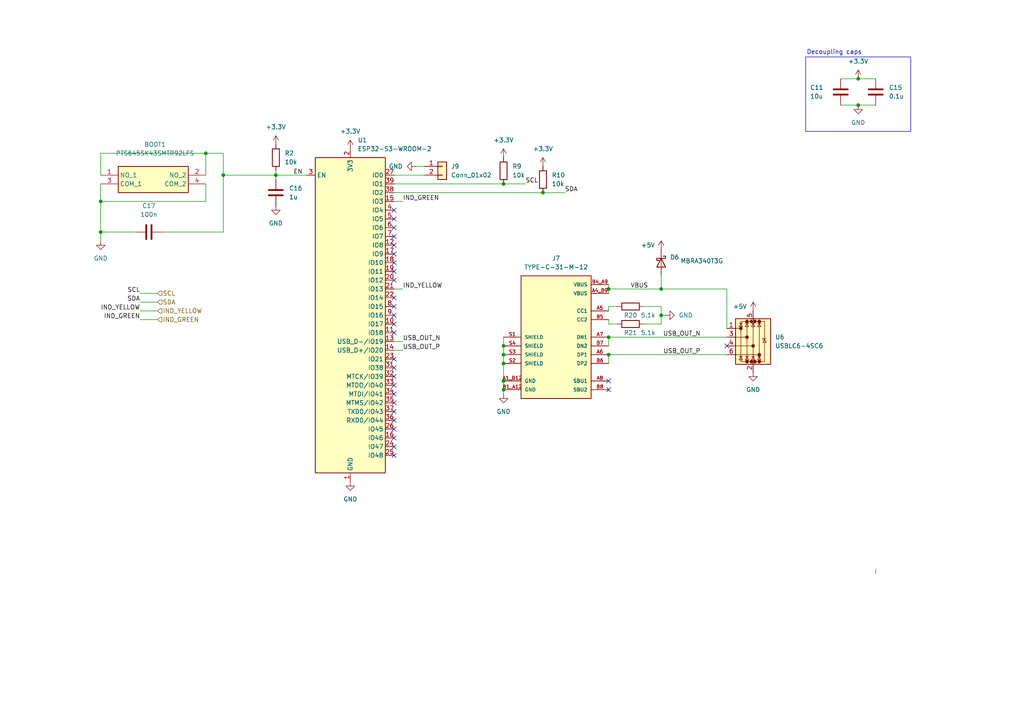
<source format=kicad_sch>
(kicad_sch (version 20250114) (generator "eeschema") (generator_version "9.0")
  (paper "A4")
  (lib_symbols
    (symbol "Connector_Generic:Conn_01x02" (pin_names (offset 1.016) (hide yes))
      (property "Reference" "J" (at 0 2.54 0))
      (property "Value" "Conn_01x02" (at 0 -5.08 0))
      (symbol "Conn_01x02_1_1"
        (rectangle (start -1.27 1.27) (end 1.27 -3.81) (stroke (width 0.254)) (fill (type background)))
        (rectangle (start -1.27 0.127) (end 0 -0.127) (stroke (width 0.1524)))
        (rectangle (start -1.27 -2.413) (end 0 -2.667) (stroke (width 0.1524)))
        (pin passive line (at -5.08 0 0) (length 3.81) (name "Pin_1") (number "1"))
        (pin passive line (at -5.08 -2.54 0) (length 3.81) (name "Pin_2") (number "2"))
      )
    )
    (symbol "Device:C" (pin_numbers (hide yes)) (pin_names (offset 0.254))
      (property "Reference" "C" (at 0.635 2.54 0))
      (property "Value" "C" (at 0.635 -2.54 0))
      (symbol "C_0_1"
        (polyline (pts (xy -2.032 0.762) (xy 2.032 0.762)) (stroke (width 0.508)))
        (polyline (pts (xy -2.032 -0.762) (xy 2.032 -0.762)) (stroke (width 0.508)))
      )
      (symbol "C_1_1"
        (pin passive line (at 0 3.81 270) (length 2.794) (name "~") (number "1"))
        (pin passive line (at 0 -3.81 90) (length 2.794) (name "~") (number "2"))
      )
    )
    (symbol "Device:D_Schottky" (pin_numbers (hide yes)) (pin_names (offset 1.016) (hide yes))
      (property "Reference" "D" (at 0 2.54 0))
      (property "Value" "D_Schottky" (at 0 -2.54 0))
      (symbol "D_Schottky_0_1"
        (polyline (pts (xy -1.905 0.635) (xy -1.905 1.27) (xy -1.27 1.27) (xy -1.27 -1.27) (xy -0.635 -1.27) (xy -0.635 -0.635)) (stroke (width 0.254)))
        (polyline (pts (xy 1.27 1.27) (xy 1.27 -1.27) (xy -1.27 0) (xy 1.27 1.27)) (stroke (width 0.254)))
        (polyline (pts (xy 1.27 0) (xy -1.27 0)))
      )
      (symbol "D_Schottky_1_1"
        (pin passive line (at -3.81 0 0) (length 2.54) (name "K") (number "1"))
        (pin passive line (at 3.81 0 180) (length 2.54) (name "A") (number "2"))
      )
    )
    (symbol "Device:R" (pin_numbers (hide yes)) (pin_names (offset 0))
      (property "Reference" "R" (at 2.032 0 90))
      (property "Value" "R" (at 0 0 90))
      (symbol "R_0_1"
        (rectangle (start -1.016 -2.54) (end 1.016 2.54) (stroke (width 0.254)))
      )
      (symbol "R_1_1"
        (pin passive line (at 0 3.81 270) (length 1.27) (name "~") (number "1"))
        (pin passive line (at 0 -3.81 90) (length 1.27) (name "~") (number "2"))
      )
    )
    (symbol "PTS645SK43SMTR92LFS:PTS645SK43SMTR92LFS"
      (property "Reference" "S" (at 26.67 7.62 0))
      (property "Value" "PTS645SK43SMTR92LFS" (at 26.67 5.08 0))
      (symbol "PTS645SK43SMTR92LFS_1_1"
        (rectangle (start 5.08 2.54) (end 25.4 -5.08) (stroke (width 0.254)) (fill (type background)))
        (pin passive line (at 0 0 0) (length 5.08) (name "NO_1") (number "1"))
        (pin passive line (at 0 -2.54 0) (length 5.08) (name "COM_1") (number "3"))
        (pin passive line (at 30.48 0 180) (length 5.08) (name "NO_2") (number "2"))
        (pin passive line (at 30.48 -2.54 180) (length 5.08) (name "COM_2") (number "4"))
      )
    )
    (symbol "Power_Protection:USBLC6-4SC6" (pin_names (hide yes))
      (property "Reference" "U" (at 1.27 9.525 0))
      (property "Value" "USBLC6-4SC6" (at 1.27 6.985 0))
      (symbol "USBLC6-4SC6_0_0"
        (circle (center -3.556 2.54) (radius 0.0001) (stroke (width 0.508)))
        (circle (center -1.778 4.572) (radius 0.0001) (stroke (width 0.508)))
        (circle (center -1.778 0) (radius 0.0001) (stroke (width 0.508)))
        (circle (center -1.778 -7.112) (radius 0.0001) (stroke (width 0.508)))
        (circle (center -0.508 4.572) (radius 0.0001) (stroke (width 0.508)))
        (circle (center -0.508 -7.112) (radius 0.0001) (stroke (width 0.508)))
        (circle (center 0 -2.54) (radius 0.0001) (stroke (width 0.508)))
        (circle (center 0.508 4.572) (radius 0.0001) (stroke (width 0.508)))
        (circle (center 0.508 -7.112) (radius 0.0001) (stroke (width 0.508)))
        (circle (center 1.778 4.572) (radius 0.0001) (stroke (width 0.508)))
        (circle (center 1.778 -5.08) (radius 0.0001) (stroke (width 0.508)))
        (circle (center 1.778 -7.112) (radius 0.0001) (stroke (width 0.508)))
      )
      (symbol "USBLC6-4SC6_0_1"
        (polyline (pts (xy -5.08 2.54) (xy -3.556 2.54)))
        (polyline (pts (xy -5.08 0) (xy -1.778 0)))
        (polyline (pts (xy -5.08 -2.54) (xy 0 -2.54)))
        (polyline (pts (xy -5.08 -5.08) (xy 1.778 -5.08)))
        (polyline (pts (xy -4.064 3.048) (xy -3.048 3.048) (xy -3.556 4.064) (xy -4.064 3.048)))
        (polyline (pts (xy -4.064 -5.588) (xy -3.048 -5.588)))
        (polyline (pts (xy -3.048 4.064) (xy -4.064 4.064)))
        (polyline (pts (xy -3.048 -6.604) (xy -4.064 -6.604) (xy -3.556 -5.588) (xy -3.048 -6.604)))
        (polyline (pts (xy -2.286 4.064) (xy -1.27 4.064)))
        (polyline (pts (xy -2.286 -5.588) (xy -1.27 -5.588)))
        (polyline (pts (xy -1.27 3.048) (xy -2.286 3.048) (xy -1.778 4.064) (xy -1.27 3.048)))
        (polyline (pts (xy -1.27 -6.604) (xy -2.286 -6.604) (xy -1.778 -5.588) (xy -1.27 -6.604)))
        (polyline (pts (xy -0.508 3.048) (xy 0.508 3.048) (xy 0 4.064) (xy -0.508 3.048)))
        (polyline (pts (xy -0.508 -5.588) (xy 0.508 -5.588)))
        (polyline (pts (xy -0.508 -6.604) (xy 0.508 -6.604) (xy 0 -5.588) (xy -0.508 -6.604)))
        (polyline (pts (xy 0 5.08) (xy 0.508 4.572)))
        (polyline (pts (xy 0.508 4.064) (xy -0.508 4.064)))
        (polyline (pts (xy 0.508 -7.112) (xy -0.508 -7.112)))
        (polyline (pts (xy 1.27 4.064) (xy 2.286 4.064)))
        (polyline (pts (xy 1.27 -6.604) (xy 2.286 -6.604) (xy 1.778 -5.588) (xy 1.27 -6.604)))
        (polyline (pts (xy 1.778 4.572) (xy 3.302 4.572) (xy 3.302 -7.112) (xy 1.778 -7.112)))
        (polyline (pts (xy 2.286 3.048) (xy 1.27 3.048) (xy 1.778 4.064) (xy 2.286 3.048)))
        (polyline (pts (xy 2.286 -5.588) (xy 1.27 -5.588)))
        (polyline (pts (xy 2.794 -0.762) (xy 2.794 -0.381) (xy 3.81 -0.381)))
        (polyline (pts (xy 3.81 -1.524) (xy 2.794 -1.524) (xy 3.302 -0.508) (xy 3.81 -1.524)))
      )
      (symbol "USBLC6-4SC6_1_1"
        (rectangle (start -5.08 5.334) (end 5.08 -7.874) (stroke (width 0.254)) (fill (type background)))
        (polyline (pts (xy -1.778 4.572) (xy -3.556 4.572) (xy -3.556 -7.112) (xy -1.778 -7.112)))
        (polyline (pts (xy -0.508 4.572) (xy 1.778 4.572) (xy 1.778 -7.112) (xy 0.508 -7.112)))
        (polyline (pts (xy 0 -7.62) (xy -0.508 -7.112) (xy -1.778 -7.112) (xy -1.778 4.572) (xy -0.508 4.572)))
        (polyline (pts (xy 0.508 -7.112) (xy 0 -6.604) (xy 0 4.064) (xy -0.508 4.572)))
        (pin passive line (at -7.62 2.54 0) (length 2.54) (name "I/O1") (number "1"))
        (pin passive line (at -7.62 0 0) (length 2.54) (name "I/O2") (number "3"))
        (pin passive line (at -7.62 -2.54 0) (length 2.54) (name "I/O3") (number "4"))
        (pin passive line (at -7.62 -5.08 0) (length 2.54) (name "I/O4") (number "6"))
        (pin passive line (at 0 7.62 270) (length 2.54) (name "VBUS") (number "5"))
        (pin passive line (at 0 -10.16 90) (length 2.54) (name "GND") (number "2"))
      )
    )
    (symbol "RF_Module:ESP32-S3-WROOM-2"
      (property "Reference" "U" (at -10.16 45.72 0))
      (property "Value" "ESP32-S3-WROOM-2" (at 2.54 45.72 0))
      (symbol "ESP32-S3-WROOM-2_0_1"
        (rectangle (start -10.16 45.72) (end 10.16 -45.72) (stroke (width 0.254)) (fill (type background)))
      )
      (symbol "ESP32-S3-WROOM-2_1_1"
        (pin input line (at -12.7 40.64 0) (length 2.54) (name "EN") (number "3"))
        (pin no_connect line (at -10.16 -35.56 0) (length 2.54) (hide yes) (name "NC") (number "28"))
        (pin no_connect line (at -10.16 -38.1 0) (length 2.54) (hide yes) (name "NC") (number "29"))
        (pin no_connect line (at -10.16 -40.64 0) (length 2.54) (hide yes) (name "NC") (number "30"))
        (pin power_in line (at 0 48.26 270) (length 2.54) (name "3V3") (number "2"))
        (pin power_in line (at 0 -48.26 90) (length 2.54) (name "GND") (number "1"))
        (pin passive line (at 0 -48.26 90) (length 2.54) (hide yes) (name "GND") (number "40"))
        (pin passive line (at 0 -48.26 90) (length 2.54) (hide yes) (name "GND") (number "41"))
        (pin bidirectional line (at 12.7 40.64 180) (length 2.54) (name "IO0") (number "27"))
        (pin bidirectional line (at 12.7 38.1 180) (length 2.54) (name "IO1") (number "39"))
        (pin bidirectional line (at 12.7 35.56 180) (length 2.54) (name "IO2") (number "38"))
        (pin bidirectional line (at 12.7 33.02 180) (length 2.54) (name "IO3") (number "15"))
        (pin bidirectional line (at 12.7 30.48 180) (length 2.54) (name "IO4") (number "4"))
        (pin bidirectional line (at 12.7 27.94 180) (length 2.54) (name "IO5") (number "5"))
        (pin bidirectional line (at 12.7 25.4 180) (length 2.54) (name "IO6") (number "6"))
        (pin bidirectional line (at 12.7 22.86 180) (length 2.54) (name "IO7") (number "7"))
        (pin bidirectional line (at 12.7 20.32 180) (length 2.54) (name "IO8") (number "12"))
        (pin bidirectional line (at 12.7 17.78 180) (length 2.54) (name "IO9") (number "17"))
        (pin bidirectional line (at 12.7 15.24 180) (length 2.54) (name "IO10") (number "18"))
        (pin bidirectional line (at 12.7 12.7 180) (length 2.54) (name "IO11") (number "19"))
        (pin bidirectional line (at 12.7 10.16 180) (length 2.54) (name "IO12") (number "20"))
        (pin bidirectional line (at 12.7 7.62 180) (length 2.54) (name "IO13") (number "21"))
        (pin bidirectional line (at 12.7 5.08 180) (length 2.54) (name "IO14") (number "22"))
        (pin bidirectional line (at 12.7 2.54 180) (length 2.54) (name "IO15") (number "8"))
        (pin bidirectional line (at 12.7 0 180) (length 2.54) (name "IO16") (number "9"))
        (pin bidirectional line (at 12.7 -2.54 180) (length 2.54) (name "IO17") (number "10"))
        (pin bidirectional line (at 12.7 -5.08 180) (length 2.54) (name "IO18") (number "11"))
        (pin bidirectional line (at 12.7 -7.62 180) (length 2.54) (name "USB_D-/IO19") (number "13"))
        (pin bidirectional line (at 12.7 -10.16 180) (length 2.54) (name "USB_D+/IO20") (number "14"))
        (pin bidirectional line (at 12.7 -12.7 180) (length 2.54) (name "IO21") (number "23"))
        (pin bidirectional line (at 12.7 -15.24 180) (length 2.54) (name "IO38") (number "31"))
        (pin bidirectional line (at 12.7 -17.78 180) (length 2.54) (name "MTCK/IO39") (number "32"))
        (pin bidirectional line (at 12.7 -20.32 180) (length 2.54) (name "MTDO/IO40") (number "33"))
        (pin bidirectional line (at 12.7 -22.86 180) (length 2.54) (name "MTDI/IO41") (number "34"))
        (pin bidirectional line (at 12.7 -25.4 180) (length 2.54) (name "MTMS/IO42") (number "35"))
        (pin bidirectional line (at 12.7 -27.94 180) (length 2.54) (name "TXD0/IO43") (number "37"))
        (pin bidirectional line (at 12.7 -30.48 180) (length 2.54) (name "RXD0/IO44") (number "36"))
        (pin bidirectional line (at 12.7 -33.02 180) (length 2.54) (name "IO45") (number "26"))
        (pin bidirectional line (at 12.7 -35.56 180) (length 2.54) (name "IO46") (number "16"))
        (pin bidirectional line (at 12.7 -38.1 180) (length 2.54) (name "IO47") (number "24"))
        (pin bidirectional line (at 12.7 -40.64 180) (length 2.54) (name "IO48") (number "25"))
      )
    )
    (symbol "TYPE-C-31-M-12:TYPE-C-31-M-12" (pin_names (offset 1.016))
      (property "Reference" "J" (at 0 16.51 0))
      (property "Value" "TYPE-C-31-M-12" (at 0 15.24 0))
      (symbol "TYPE-C-31-M-12_0_0"
        (rectangle (start -10.16 12.7) (end 10.16 -22.86) (stroke (width 0.254)) (fill (type background)))
        (pin power_in line (at -15.24 10.16 0) (length 5.08) (name "VBUS") (number "B4_A9"))
        (pin power_in line (at -15.24 7.62 0) (length 5.08) (name "VBUS") (number "A4_B9"))
        (pin bidirectional line (at -15.24 2.54 0) (length 5.08) (name "CC1") (number "A5"))
        (pin bidirectional line (at -15.24 0 0) (length 5.08) (name "CC2") (number "B5"))
        (pin bidirectional line (at -15.24 -5.08 0) (length 5.08) (name "DN1") (number "A7"))
        (pin bidirectional line (at -15.24 -7.62 0) (length 5.08) (name "DN2") (number "B7"))
        (pin bidirectional line (at -15.24 -10.16 0) (length 5.08) (name "DP1") (number "A6"))
        (pin bidirectional line (at -15.24 -12.7 0) (length 5.08) (name "DP2") (number "B6"))
        (pin bidirectional line (at -15.24 -17.78 0) (length 5.08) (name "SBU1") (number "A8"))
        (pin bidirectional line (at -15.24 -20.32 0) (length 5.08) (name "SBU2") (number "B8"))
        (pin passive line (at 15.24 -7.62 180) (length 5.08) (name "SHIELD") (number "S4"))
        (pin passive line (at 15.24 -10.16 180) (length 5.08) (name "SHIELD") (number "S3"))
        (pin passive line (at 15.24 -12.7 180) (length 5.08) (name "SHIELD") (number "S2"))
        (pin power_in line (at 15.24 -17.78 180) (length 5.08) (name "GND") (number "A1_B12"))
        (pin power_in line (at 15.24 -20.32 180) (length 5.08) (name "GND") (number "B1_A12"))
      )
      (symbol "TYPE-C-31-M-12_1_0"
        (pin passive line (at 15.24 -5.08 180) (length 5.08) (name "SHIELD") (number "S1"))
      )
    )
    (symbol "power:+3.3V" (power) (pin_numbers (hide yes)) (pin_names (offset 0) (hide yes))
      (property "Value" "+3.3V" (at 0 3.556 0))
      (symbol "+3.3V_0_1"
        (polyline (pts (xy -0.762 1.27) (xy 0 2.54)))
        (polyline (pts (xy 0 2.54) (xy 0.762 1.27)))
        (polyline (pts (xy 0 0) (xy 0 2.54)))
      )
      (symbol "+3.3V_1_1"
        (pin power_in line (at 0 0 90) (length 0) (name "~") (number "1"))
      )
    )
    (symbol "power:+5V" (power) (pin_numbers (hide yes)) (pin_names (offset 0) (hide yes))
      (property "Value" "+5V" (at 0 3.556 0))
      (symbol "+5V_0_1"
        (polyline (pts (xy -0.762 1.27) (xy 0 2.54)))
        (polyline (pts (xy 0 2.54) (xy 0.762 1.27)))
        (polyline (pts (xy 0 0) (xy 0 2.54)))
      )
      (symbol "+5V_1_1"
        (pin power_in line (at 0 0 90) (length 0) (name "~") (number "1"))
      )
    )
    (symbol "power:GND" (power) (pin_numbers (hide yes)) (pin_names (offset 0) (hide yes))
      (property "Value" "GND" (at 0 -3.81 0))
      (symbol "GND_0_1"
        (polyline (pts (xy 0 0) (xy 0 -1.27) (xy 1.27 -1.27) (xy 0 -2.54) (xy -1.27 -1.27) (xy 0 -1.27)))
      )
      (symbol "GND_1_1"
        (pin power_in line (at 0 0 270) (length 0) (name "~") (number "1"))
      )
    )
  )
  (rectangle (start 233.68 16.51) (end 264.16 38.1))
  (text "Decoupling caps" (at 233.934 15.24 0) (effects (font (size 1.27 1.27)) (justify left)))
  (junction (at 248.92 22.86))
  (junction (at 191.77 91.44))
  (junction (at 248.92 30.48))
  (junction (at 64.77 50.8))
  (junction (at 29.21 58.42))
  (junction (at 176.53 97.79))
  (junction (at 176.53 102.87))
  (junction (at 176.53 83.82))
  (junction (at 80.01 50.8))
  (junction (at 146.05 113.03))
  (junction (at 146.05 100.33))
  (junction (at 146.05 110.49))
  (junction (at 157.48 55.88))
  (junction (at 59.69 44.45))
  (junction (at 146.05 102.87))
  (junction (at 146.05 53.34))
  (junction (at 191.77 83.82))
  (junction (at 146.05 105.41))
  (junction (at 29.21 67.31))
  (no_connect (at 114.3 60.96))
  (no_connect (at 114.3 114.3))
  (no_connect (at 114.3 66.04))
  (no_connect (at 114.3 132.08))
  (no_connect (at 114.3 111.76))
  (no_connect (at 114.3 119.38))
  (no_connect (at 210.82 100.33))
  (no_connect (at 114.3 81.28))
  (no_connect (at 114.3 91.44))
  (no_connect (at 114.3 93.98))
  (no_connect (at 114.3 86.36))
  (no_connect (at 114.3 104.14))
  (no_connect (at 114.3 78.74))
  (no_connect (at 114.3 109.22))
  (no_connect (at 114.3 68.58))
  (no_connect (at 114.3 73.66))
  (no_connect (at 114.3 124.46))
  (no_connect (at 114.3 88.9))
  (no_connect (at 114.3 63.5))
  (no_connect (at 114.3 129.54))
  (no_connect (at 114.3 121.92))
  (no_connect (at 114.3 71.12))
  (no_connect (at 114.3 127))
  (no_connect (at 114.3 116.84))
  (no_connect (at 114.3 96.52))
  (no_connect (at 176.53 110.49))
  (no_connect (at 114.3 76.2))
  (no_connect (at 176.53 113.03))
  (no_connect (at 114.3 106.68))
  (wire (pts (xy 248.92 30.48) (xy 254 30.48)))
  (wire (pts (xy 210.82 102.87) (xy 176.53 102.87)))
  (wire (pts (xy 29.21 50.8) (xy 29.21 44.45)))
  (wire (pts (xy 191.77 93.98) (xy 186.69 93.98)))
  (wire (pts (xy 29.21 67.31) (xy 29.21 58.42)))
  (wire (pts (xy 114.3 53.34) (xy 146.05 53.34)))
  (wire (pts (xy 64.77 50.8) (xy 64.77 44.45)))
  (wire (pts (xy 146.05 113.03) (xy 146.05 114.3)))
  (wire (pts (xy 210.82 83.82) (xy 191.77 83.82)))
  (wire (pts (xy 64.77 50.8) (xy 80.01 50.8)))
  (wire (pts (xy 179.07 88.9) (xy 176.53 88.9)))
  (wire (pts (xy 114.3 101.6) (xy 116.84 101.6)))
  (wire (pts (xy 186.69 88.9) (xy 191.77 88.9)))
  (wire (pts (xy 176.53 93.98) (xy 179.07 93.98)))
  (wire (pts (xy 210.82 83.82) (xy 210.82 95.25)))
  (wire (pts (xy 176.53 83.82) (xy 176.53 85.09)))
  (wire (pts (xy 114.3 99.06) (xy 116.84 99.06)))
  (wire (pts (xy 45.72 92.71) (xy 40.64 92.71)))
  (wire (pts (xy 80.01 49.53) (xy 80.01 50.8)))
  (wire (pts (xy 210.82 97.79) (xy 176.53 97.79)))
  (wire (pts (xy 176.53 92.71) (xy 176.53 93.98)))
  (wire (pts (xy 191.77 80.01) (xy 191.77 83.82)))
  (wire (pts (xy 45.72 90.17) (xy 40.64 90.17)))
  (wire (pts (xy 146.05 110.49) (xy 146.05 113.03)))
  (wire (pts (xy 80.01 50.8) (xy 88.9 50.8)))
  (wire (pts (xy 248.92 22.86) (xy 254 22.86)))
  (wire (pts (xy 114.3 50.8) (xy 123.19 50.8)))
  (wire (pts (xy 46.99 67.31) (xy 64.77 67.31)))
  (wire (pts (xy 146.05 53.34) (xy 152.4 53.34)))
  (wire (pts (xy 59.69 44.45) (xy 64.77 44.45)))
  (wire (pts (xy 114.3 58.42) (xy 116.84 58.42)))
  (wire (pts (xy 29.21 69.85) (xy 29.21 67.31)))
  (wire (pts (xy 248.92 30.48) (xy 243.84 30.48)))
  (wire (pts (xy 146.05 97.79) (xy 146.05 100.33)))
  (wire (pts (xy 146.05 105.41) (xy 146.05 110.49)))
  (wire (pts (xy 114.3 83.82) (xy 116.84 83.82)))
  (wire (pts (xy 193.04 91.44) (xy 191.77 91.44)))
  (wire (pts (xy 191.77 83.82) (xy 176.53 83.82)))
  (wire (pts (xy 176.53 102.87) (xy 176.53 105.41)))
  (wire (pts (xy 29.21 67.31) (xy 39.37 67.31)))
  (wire (pts (xy 80.01 50.8) (xy 80.01 52.07)))
  (wire (pts (xy 29.21 58.42) (xy 59.69 58.42)))
  (wire (pts (xy 45.72 87.63) (xy 40.64 87.63)))
  (wire (pts (xy 191.77 88.9) (xy 191.77 91.44)))
  (wire (pts (xy 146.05 100.33) (xy 146.05 102.87)))
  (wire (pts (xy 176.53 88.9) (xy 176.53 90.17)))
  (wire (pts (xy 157.48 55.88) (xy 163.83 55.88)))
  (wire (pts (xy 59.69 58.42) (xy 59.69 53.34)))
  (wire (pts (xy 176.53 97.79) (xy 176.53 100.33)))
  (wire (pts (xy 59.69 44.45) (xy 59.69 50.8)))
  (wire (pts (xy 123.19 48.26) (xy 120.65 48.26)))
  (wire (pts (xy 146.05 102.87) (xy 146.05 105.41)))
  (wire (pts (xy 29.21 53.34) (xy 29.21 58.42)))
  (wire (pts (xy 176.53 82.55) (xy 176.53 83.82)))
  (wire (pts (xy 191.77 91.44) (xy 191.77 93.98)))
  (wire (pts (xy 114.3 55.88) (xy 157.48 55.88)))
  (wire (pts (xy 29.21 44.45) (xy 59.69 44.45)))
  (wire (pts (xy 64.77 67.31) (xy 64.77 50.8)))
  (wire (pts (xy 45.72 85.09) (xy 40.64 85.09)))
  (wire (pts (xy 248.92 22.86) (xy 243.84 22.86)))
  (wire (pts (xy 254 165.1) (xy 254 166.37)))
  (label "IND_GREEN" (at 40.64 92.71 180))
  (label "IND_YELLOW" (at 40.64 90.17 180))
  (label "IND_GREEN" (at 116.84 58.42 0))
  (label "VBUS" (at 182.88 83.82 0))
  (label "SCL" (at 40.64 85.09 180))
  (label "USB_OUT_P" (at 116.84 101.6 0))
  (label "EN" (at 85.09 50.8 0))
  (label "SDA" (at 40.64 87.63 180))
  (label "USB_OUT_P" (at 203.2 102.87 180))
  (label "USB_OUT_N" (at 116.84 99.06 0))
  (label "IND_YELLOW" (at 116.84 83.82 0))
  (label "SCL" (at 152.4 53.34 0))
  (label "SDA" (at 163.83 55.88 0))
  (label "USB_OUT_N" (at 203.2 97.79 180))
  (hierarchical_label "IND_GREEN" (shape input) (at 45.72 92.71 0))
  (hierarchical_label "IND_YELLOW" (shape input) (at 45.72 90.17 0))
  (hierarchical_label "SCL" (shape input) (at 45.72 85.09 0))
  (hierarchical_label "SDA" (shape input) (at 45.72 87.63 0))
  (symbol (lib_id "Connector_Generic:Conn_01x02") (at 128.27 48.26 0) (unit 1)
    (property "Reference" "J9" (at 130.81 48.2599 0) (effects (justify left)))
    (property "Value" "Conn_01x02" (at 130.81 50.7999 0) (effects (justify left)))
    (property "Footprint" "Connector_PinHeader_2.54mm:PinHeader_1x02_P2.54mm_Vertical" (effects (hide yes)))
    (property "Description" "Generic connector, single row, 01x02, script generated (kicad-library-utils/schlib/autogen/connector/)" (effects (hide yes)))
  )
  (symbol (lib_id "power:GND") (at 101.6 139.7 0) (mirror y) (unit 1)
    (property "Reference" "#PWR043" (effects (hide yes)))
    (property "Value" "GND" (at 101.6 144.78 0))
    (property "Description" "Power symbol creates a global label with name \"GND\" , ground" (effects (hide yes)))
  )
  (symbol (lib_id "RF_Module:ESP32-S3-WROOM-2") (at 101.6 91.44 0) (unit 1)
    (property "Reference" "U1" (at 103.7433 40.64 0) (effects (justify left)))
    (property "Value" "ESP32-S3-WROOM-2" (at 103.7433 43.18 0) (effects (justify left)))
    (property "Footprint" "RF_Module:ESP32-S3-WROOM-2" (effects (hide yes)))
    (property "Datasheet" "https://www.espressif.com/sites/default/files/documentation/esp32-s3-wroom-2_datasheet_en.pdf" (effects (hide yes)))
    (property "Description" "RF Module, 2.4 GHz, Wi­-Fi, Bluetooth, BLE, ESP32­-S3R8V" (effects (hide yes)))
  )
  (symbol (lib_id "Device:R") (at 157.48 52.07 0) (unit 1)
    (property "Reference" "R10" (at 160.02 50.7999 0) (effects (justify left)))
    (property "Value" "10k" (at 160.02 53.3399 0) (effects (justify left)))
    (property "Footprint" "Resistor_SMD:R_0805_2012Metric" (effects (hide yes)))
    (property "Description" "Resistor" (effects (hide yes)))
  )
  (symbol (lib_id "PTS645SK43SMTR92LFS:PTS645SK43SMTR92LFS") (at 29.21 50.8 0) (unit 1)
    (property "Reference" "BOOT1" (at 44.958 41.91 0))
    (property "Value" "PTS645SK43SMTR92LFS" (at 44.958 44.45 0))
    (property "Footprint" "iprl_footprints:PTS645SK43SMTR92LFS" (effects (hide yes)))
    (property "Datasheet" "https://www.ckswitches.com/media/1471/pts645.pdf" (effects (hide yes)))
    (property "Description" "PTS645SK43SMTR92LFS (Tactile Switches)" (effects (hide yes)))
    (property "Height" "4.4" (effects (hide yes)))
    (property "Manufacturer_Name" "C & K COMPONENTS" (effects (hide yes)))
    (property "Manufacturer_Part_Number" "PTS645SK43SMTR92LFS" (effects (hide yes)))
    (property "Mouser Part Number" "611-PTS645SK43SMTR92" (effects (hide yes)))
    (property "Mouser Price/Stock" "https://www.mouser.co.uk/ProductDetail/CK/PTS645SK43SMTR92LFS?qs=UxeAxwACbqlWa%2Fy4o%252BzfBw%3D%3D" (effects (hide yes)))
    (property "Arrow Part Number" "PTS645SK43SMTR92LFS" (effects (hide yes)))
    (property "Arrow Price/Stock" "https://www.arrow.com/en/products/pts645sk43smtr92lfs/ck?utm_currency=USD&region=nac" (effects (hide yes)))
  )
  (symbol (lib_id "Device:C") (at 243.84 26.67 0) (unit 1)
    (property "Reference" "C11" (at 234.95 25.4 0) (effects (justify left)))
    (property "Value" "10u" (at 234.95 27.94 0) (effects (justify left)))
    (property "Footprint" "Capacitor_SMD:C_0805_2012Metric" (effects (hide yes)))
    (property "Description" "Unpolarized capacitor" (effects (hide yes)))
  )
  (symbol (lib_id "power:+3.3V") (at 248.92 22.86 0) (unit 1)
    (property "Reference" "#PWR040" (effects (hide yes)))
    (property "Value" "+3.3V" (at 248.92 17.78 0))
    (property "Description" "Power symbol creates a global label with name \"+3.3V\"" (effects (hide yes)))
  )
  (symbol (lib_id "power:+5V") (at 218.44 90.17 0) (unit 1)
    (property "Reference" "#PWR064" (effects (hide yes)))
    (property "Value" "+5V" (at 214.63 88.9 0))
    (property "Description" "Power symbol creates a global label with name \"+5V\"" (effects (hide yes)))
  )
  (symbol (lib_id "power:+3.3V") (at 80.01 41.91 0) (unit 1)
    (property "Reference" "#PWR041" (effects (hide yes)))
    (property "Value" "+3.3V" (at 80.01 36.83 0))
    (property "Description" "Power symbol creates a global label with name \"+3.3V\"" (effects (hide yes)))
  )
  (symbol (lib_id "TYPE-C-31-M-12:TYPE-C-31-M-12") (at 161.29 92.71 0) (mirror y) (unit 1)
    (property "Reference" "J7" (at 161.29 74.93 0))
    (property "Value" "TYPE-C-31-M-12" (at 161.29 77.47 0))
    (property "Footprint" "iprl_footprints:TYPE-C-31-M-12" (effects (hide yes)))
    (property "PARTREV" "2020.12.08" (effects (hide yes)))
    (property "MANUFACTURER" "HRO Electronics Co., Ltd." (effects (hide yes)))
    (property "SNAPEDA_PN" "TYPE-C-31-M-12" (effects (hide yes)))
    (property "MAXIMUM_PACKAGE_HEIGHT" "3.26 mm" (effects (hide yes)))
    (property "STANDARD" "Manufacturer Recommendations" (effects (hide yes)))
  )
  (symbol (lib_id "power:GND") (at 146.05 114.3 0) (mirror y) (unit 1)
    (property "Reference" "#PWR067" (effects (hide yes)))
    (property "Value" "GND" (at 146.05 119.38 0))
    (property "Description" "Power symbol creates a global label with name \"GND\" , ground" (effects (hide yes)))
  )
  (symbol (lib_id "Power_Protection:USBLC6-4SC6") (at 218.44 97.79 0) (unit 1)
    (property "Reference" "U6" (at 224.79 97.7899 0) (effects (justify left)))
    (property "Value" "USBLC6-4SC6" (at 224.79 100.3299 0) (effects (justify left)))
    (property "Footprint" "Package_TO_SOT_SMD:SOT-23-6" (effects (hide yes)))
    (property "Datasheet" "https://www.st.com/resource/en/datasheet/usblc6-4.pdf" (effects (hide yes)))
    (property "Description" "Very low capacitance ESD protection diode, 4 data-line, SOT-23-6" (effects (hide yes)))
  )
  (symbol (lib_id "power:+3.3V") (at 101.6 43.18 0) (unit 1)
    (property "Reference" "#PWR034" (effects (hide yes)))
    (property "Value" "+3.3V" (at 101.6 38.1 0))
    (property "Description" "Power symbol creates a global label with name \"+3.3V\"" (effects (hide yes)))
  )
  (symbol (lib_id "power:GND") (at 248.92 30.48 0) (mirror y) (unit 1)
    (property "Reference" "#PWR044" (effects (hide yes)))
    (property "Value" "GND" (at 248.92 35.56 0))
    (property "Description" "Power symbol creates a global label with name \"GND\" , ground" (effects (hide yes)))
  )
  (symbol (lib_id "Device:R") (at 182.88 88.9 270) (mirror x) (unit 1)
    (property "Reference" "R20" (at 182.88 91.44 90))
    (property "Value" "5.1k" (at 187.96 91.44 90))
    (property "Footprint" "Resistor_SMD:R_0805_2012Metric" (effects (hide yes)))
    (property "Description" "Resistor" (effects (hide yes)))
  )
  (symbol (lib_id "power:GND") (at 218.44 107.95 0) (mirror y) (unit 1)
    (property "Reference" "#PWR065" (effects (hide yes)))
    (property "Value" "GND" (at 218.44 113.03 0))
    (property "Description" "Power symbol creates a global label with name \"GND\" , ground" (effects (hide yes)))
  )
  (symbol (lib_id "power:GND") (at 80.01 59.69 0) (mirror y) (unit 1)
    (property "Reference" "#PWR045" (effects (hide yes)))
    (property "Value" "GND" (at 80.01 64.77 0))
    (property "Description" "Power symbol creates a global label with name \"GND\" , ground" (effects (hide yes)))
  )
  (symbol (lib_id "power:+3.3V") (at 146.05 45.72 0) (unit 1)
    (property "Reference" "#PWR042" (effects (hide yes)))
    (property "Value" "+3.3V" (at 146.05 40.64 0))
    (property "Description" "Power symbol creates a global label with name \"+3.3V\"" (effects (hide yes)))
  )
  (symbol (lib_id "Device:C") (at 80.01 55.88 0) (unit 1)
    (property "Reference" "C16" (at 83.82 54.6099 0) (effects (justify left)))
    (property "Value" "1u" (at 83.82 57.1499 0) (effects (justify left)))
    (property "Footprint" "Capacitor_SMD:C_0805_2012Metric" (effects (hide yes)))
    (property "Description" "Unpolarized capacitor" (effects (hide yes)))
  )
  (symbol (lib_id "power:+5V") (at 191.77 72.39 0) (unit 1)
    (property "Reference" "#PWR071" (effects (hide yes)))
    (property "Value" "+5V" (at 187.96 71.12 0))
    (property "Description" "Power symbol creates a global label with name \"+5V\"" (effects (hide yes)))
  )
  (symbol (lib_id "Device:R") (at 182.88 93.98 270) (mirror x) (unit 1)
    (property "Reference" "R21" (at 182.88 96.52 90))
    (property "Value" "5.1k" (at 187.96 96.52 90))
    (property "Footprint" "Resistor_SMD:R_0805_2012Metric" (effects (hide yes)))
    (property "Description" "Resistor" (effects (hide yes)))
  )
  (symbol (lib_id "power:GND") (at 29.21 69.85 0) (mirror y) (unit 1)
    (property "Reference" "#PWR046" (effects (hide yes)))
    (property "Value" "GND" (at 29.21 74.93 0))
    (property "Description" "Power symbol creates a global label with name \"GND\" , ground" (effects (hide yes)))
  )
  (symbol (lib_id "power:+3.3V") (at 157.48 48.26 0) (unit 1)
    (property "Reference" "#PWR048" (effects (hide yes)))
    (property "Value" "+3.3V" (at 157.48 43.18 0))
    (property "Description" "Power symbol creates a global label with name \"+3.3V\"" (effects (hide yes)))
  )
  (symbol (lib_id "Device:C") (at 254 26.67 0) (unit 1)
    (property "Reference" "C15" (at 257.81 25.3999 0) (effects (justify left)))
    (property "Value" "0.1u" (at 257.81 27.9399 0) (effects (justify left)))
    (property "Footprint" "Capacitor_SMD:C_0805_2012Metric" (effects (hide yes)))
    (property "Description" "Unpolarized capacitor" (effects (hide yes)))
  )
  (symbol (lib_id "Device:R") (at 146.05 49.53 0) (unit 1)
    (property "Reference" "R9" (at 148.59 48.2599 0) (effects (justify left)))
    (property "Value" "10k" (at 148.59 50.7999 0) (effects (justify left)))
    (property "Footprint" "Resistor_SMD:R_0805_2012Metric" (effects (hide yes)))
    (property "Description" "Resistor" (effects (hide yes)))
  )
  (symbol (lib_id "power:GND") (at 120.65 48.26 270) (mirror x) (unit 1)
    (property "Reference" "#PWR047" (effects (hide yes)))
    (property "Value" "GND" (at 116.84 48.2599 90) (effects (justify right)))
    (property "Description" "Power symbol creates a global label with name \"GND\" , ground" (effects (hide yes)))
  )
  (symbol (lib_id "Device:R") (at 80.01 45.72 0) (unit 1)
    (property "Reference" "R2" (at 82.55 44.4499 0) (effects (justify left)))
    (property "Value" "10k" (at 82.55 46.9899 0) (effects (justify left)))
    (property "Footprint" "Resistor_SMD:R_0805_2012Metric" (effects (hide yes)))
    (property "Description" "Resistor" (effects (hide yes)))
  )
  (symbol (lib_id "Device:D_Schottky") (at 191.77 76.2 270) (unit 1)
    (property "Reference" "D6" (at 194.31 74.6124 90) (effects (justify left)))
    (property "Value" "MBRA340T3G" (at 197.358 75.692 90) (effects (justify left)))
    (property "Footprint" "Diode_SMD:D_SMA" (effects (hide yes)))
    (property "Description" "Schottky diode" (effects (hide yes)))
  )
  (symbol (lib_id "Device:C") (at 43.18 67.31 90) (unit 1)
    (property "Reference" "C17" (at 43.18 59.69 90))
    (property "Value" "100n" (at 43.18 62.23 90))
    (property "Footprint" "Capacitor_SMD:C_0805_2012Metric" (effects (hide yes)))
    (property "Description" "Unpolarized capacitor" (effects (hide yes)))
  )
  (symbol (lib_id "power:GND") (at 193.04 91.44 90) (mirror x) (unit 1)
    (property "Reference" "#PWR066" (effects (hide yes)))
    (property "Value" "GND" (at 196.85 91.4399 90) (effects (justify right)))
    (property "Description" "Power symbol creates a global label with name \"GND\" , ground" (effects (hide yes)))
  )
)
</source>
